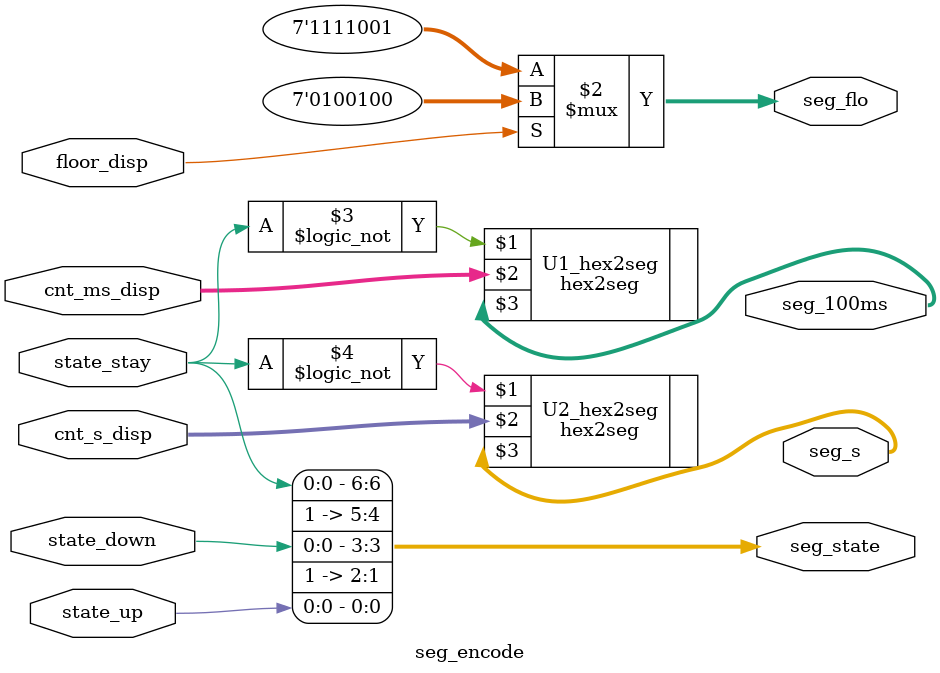
<source format=v>
module seg_encode (
    input [3:0] cnt_ms_disp,cnt_s_disp,
    input state_down,state_stay,state_up,
    input floor_disp,

    output [6:0] seg_flo,
    output [6:0] seg_state,
    output [6:0] seg_s,seg_100ms
);
    //low-level en
    assign seg_flo = (!floor_disp) ? 7'b111_1001 : 7'b010_0100;
    hex2seg 
        U1_hex2seg (!state_stay,cnt_ms_disp, seg_100ms),
        U2_hex2seg (!state_stay,cnt_s_disp, seg_s);
    
    assign seg_state = {state_stay,2'b11,state_down,2'b11,state_up};

endmodule
</source>
